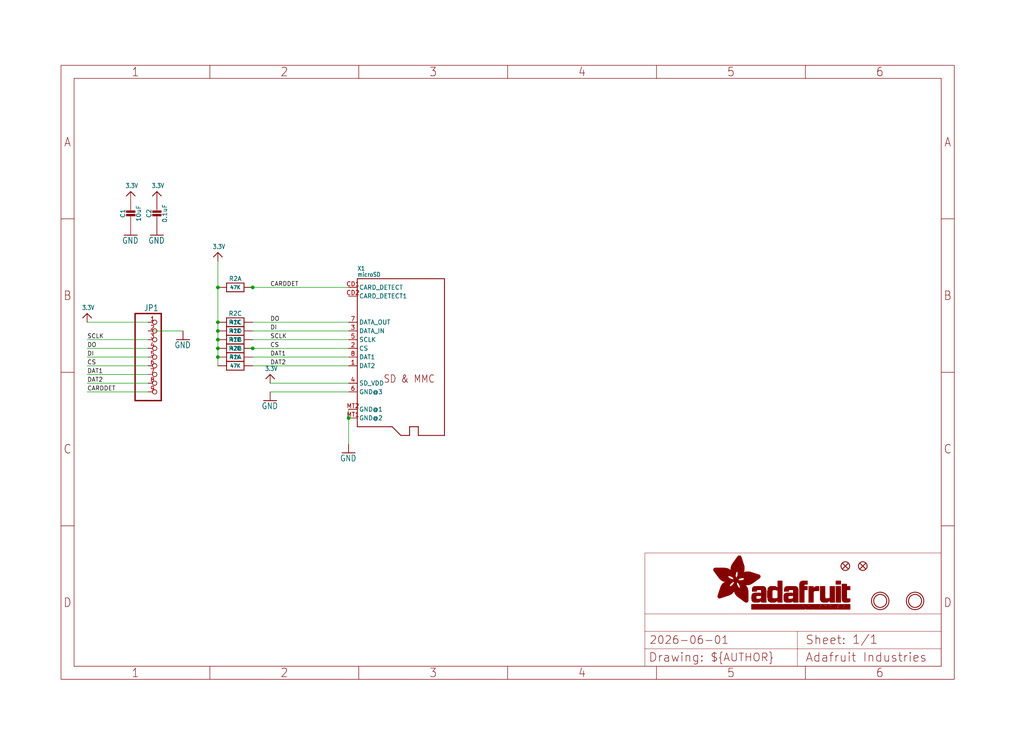
<source format=kicad_sch>
(kicad_sch (version 20230121) (generator eeschema)
  (paper "User" 298.45 217.322)
  (lib_symbols
    (symbol "working-eagle-import:3.3V" (power)
      (property "Value" "3.3V" (at -1.524 1.016 0))
      (symbol "3.3V_1_0"
        (pin power_in line (at 0 -2.54 90) (length 2.54) (name "3.3V") (number "1"))
      )
    )
    (symbol "working-eagle-import:CAP_CERAMIC0603_NO"
      (property "Reference" "C" (at -2.29 1.25 90))
      (symbol "CAP_CERAMIC0603_NO_1_0"
        (pin passive line (at 0 5.08 270) (length 2.54) (name "1") (number "1"))
        (pin passive line (at 0 -2.54 90) (length 2.54) (name "2") (number "2"))
      )
    )
    (symbol "working-eagle-import:CAP_CERAMIC0805-NOOUTLINE"
      (property "Reference" "C" (at -2.29 1.25 90))
      (symbol "CAP_CERAMIC0805-NOOUTLINE_1_0"
        (pin passive line (at 0 5.08 270) (length 2.54) (name "1") (number "1"))
        (pin passive line (at 0 -2.54 90) (length 2.54) (name "2") (number "2"))
      )
    )
    (symbol "working-eagle-import:FIDUCIAL{dblquote}{dblquote}")
    (symbol "working-eagle-import:FRAME_A4_ADAFRUIT"
      (symbol "FRAME_A4_ADAFRUIT_1_0"
        (text "${#}/${##}" (at 230.505 10.16 0) (effects (font (size 2.54 2.54)) (justify left bottom)))
        (text "${AUTHOR}" (at 189.23 5.08 0) (effects (font (size 2.286 2.286)) (justify left bottom)))
        (text "${CURRENT_DATE}" (at 171.45 10.16 0) (effects (font (size 2.286 2.286)) (justify left bottom)))
        (text "${PROJECTNAME}" (at 171.45 15.24 0) (effects (font (size 2.54 2.54)) (justify left bottom)))
        (text "1" (at 21.6958 1.905 0) (effects (font (size 2.54 2.286))))
        (text "1" (at 21.6958 177.165 0) (effects (font (size 2.54 2.286))))
        (text "2" (at 65.0875 1.905 0) (effects (font (size 2.54 2.286))))
        (text "2" (at 65.0875 177.165 0) (effects (font (size 2.54 2.286))))
        (text "3" (at 108.4792 1.905 0) (effects (font (size 2.54 2.286))))
        (text "3" (at 108.4792 177.165 0) (effects (font (size 2.54 2.286))))
        (text "4" (at 151.8708 1.905 0) (effects (font (size 2.54 2.286))))
        (text "4" (at 151.8708 177.165 0) (effects (font (size 2.54 2.286))))
        (text "5" (at 195.2625 1.905 0) (effects (font (size 2.54 2.286))))
        (text "5" (at 195.2625 177.165 0) (effects (font (size 2.54 2.286))))
        (text "6" (at 238.6542 1.905 0) (effects (font (size 2.54 2.286))))
        (text "6" (at 238.6542 177.165 0) (effects (font (size 2.54 2.286))))
        (text "A" (at 1.905 156.6863 0) (effects (font (size 2.54 2.286))))
        (text "A" (at 258.445 156.6863 0) (effects (font (size 2.54 2.286))))
        (text "Adafruit Industries" (at 216.916 4.953 0) (effects (font (size 2.54 2.54)) (justify left bottom)))
        (text "B" (at 1.905 111.9188 0) (effects (font (size 2.54 2.286))))
        (text "B" (at 258.445 111.9188 0) (effects (font (size 2.54 2.286))))
        (text "C" (at 1.905 67.1513 0) (effects (font (size 2.54 2.286))))
        (text "C" (at 258.445 67.1513 0) (effects (font (size 2.54 2.286))))
        (text "D" (at 1.905 22.3838 0) (effects (font (size 2.54 2.286))))
        (text "D" (at 258.445 22.3838 0) (effects (font (size 2.54 2.286))))
        (text "Drawing:" (at 171.196 4.953 0) (effects (font (size 2.54 2.54)) (justify left bottom)))
        (text "Sheet:" (at 216.916 10.033 0) (effects (font (size 2.54 2.54)) (justify left bottom)))
      )
    )
    (symbol "working-eagle-import:GND" (power)
      (property "Value" "GND" (at -2.54 -2.54 0))
      (symbol "GND_1_0"
        (pin power_in line (at 0 2.54 270) (length 2.54) (name "GND") (number "1"))
      )
    )
    (symbol "working-eagle-import:HEADER-1X970MIL"
      (property "Reference" "JP" (at -6.35 13.335 0))
      (symbol "HEADER-1X970MIL_1_0"
        (pin passive inverted (at -2.54 10.16 0) (length 2.54) (name "1") (number "1"))
        (pin passive inverted (at -2.54 7.62 0) (length 2.54) (name "2") (number "2"))
        (pin passive inverted (at -2.54 5.08 0) (length 2.54) (name "3") (number "3"))
        (pin passive inverted (at -2.54 2.54 0) (length 2.54) (name "4") (number "4"))
        (pin passive inverted (at -2.54 0 0) (length 2.54) (name "5") (number "5"))
        (pin passive inverted (at -2.54 -2.54 0) (length 2.54) (name "6") (number "6"))
        (pin passive inverted (at -2.54 -5.08 0) (length 2.54) (name "7") (number "7"))
        (pin passive inverted (at -2.54 -7.62 0) (length 2.54) (name "8") (number "8"))
        (pin passive inverted (at -2.54 -10.16 0) (length 2.54) (name "9") (number "9"))
      )
    )
    (symbol "working-eagle-import:MICROSD"
      (property "Reference" "X" (at -12.7 22.606 0))
      (symbol "MICROSD_1_0"
        (text "SD & MMC" (at -5.08 -10.16 0) (effects (font (size 2.1844 1.8567)) (justify left bottom)))
        (pin bidirectional line (at -15.24 -5.08 0) (length 2.54) (name "DAT2") (number "1"))
        (pin input line (at -15.24 0 0) (length 2.54) (name "CS") (number "2"))
        (pin input line (at -15.24 5.08 0) (length 2.54) (name "DATA_IN") (number "3"))
        (pin power_in line (at -15.24 -10.16 0) (length 2.54) (name "SD_VDD") (number "4"))
        (pin input line (at -15.24 2.54 0) (length 2.54) (name "SCLK") (number "5"))
        (pin power_in line (at -15.24 -12.7 0) (length 2.54) (name "GND@3") (number "6"))
        (pin output line (at -15.24 7.62 0) (length 2.54) (name "DATA_OUT") (number "7"))
        (pin bidirectional line (at -15.24 -2.54 0) (length 2.54) (name "DAT1") (number "8"))
        (pin passive line (at -15.24 17.78 0) (length 2.54) (name "CARD_DETECT") (number "CD1"))
        (pin passive line (at -15.24 15.24 0) (length 2.54) (name "CARD_DETECT1") (number "CD2"))
        (pin power_in line (at -15.24 -20.32 0) (length 2.54) (name "GND@2") (number "MT1"))
        (pin power_in line (at -15.24 -17.78 0) (length 2.54) (name "GND@1") (number "MT2"))
      )
    )
    (symbol "working-eagle-import:MOUNTINGHOLE2.5")
    (symbol "working-eagle-import:RESISTOR_4PACK"
      (property "Reference" "R" (at 0 2.54 0))
      (symbol "RESISTOR_4PACK_1_0"
        (pin passive line (at -5.08 0 0) (length 2.54) (name "1") (number "1"))
        (pin passive line (at 5.08 0 180) (length 2.54) (name "2") (number "8"))
      )
      (symbol "RESISTOR_4PACK_2_0"
        (pin passive line (at -5.08 0 0) (length 2.54) (name "1") (number "2"))
        (pin passive line (at 5.08 0 180) (length 2.54) (name "2") (number "7"))
      )
      (symbol "RESISTOR_4PACK_3_0"
        (pin passive line (at -5.08 0 0) (length 2.54) (name "1") (number "3"))
        (pin passive line (at 5.08 0 180) (length 2.54) (name "2") (number "6"))
      )
      (symbol "RESISTOR_4PACK_4_0"
        (pin passive line (at -5.08 0 0) (length 2.54) (name "1") (number "4"))
        (pin passive line (at 5.08 0 180) (length 2.54) (name "2") (number "5"))
      )
    )
  )
  (junction (at 63.5 101.6))
  (junction (at 73.66 101.6))
  (junction (at 63.5 93.98))
  (junction (at 101.6 121.92))
  (junction (at 73.66 83.82))
  (junction (at 63.5 99.06))
  (junction (at 63.5 104.14))
  (junction (at 63.5 96.52))
  (junction (at 63.5 83.82))
  (wire (pts (xy 101.6 99.06) (xy 73.66 99.06)) (stroke (width 0.1524)))
  (wire (pts (xy 63.5 83.82) (xy 63.5 76.2)) (stroke (width 0.1524)))
  (wire (pts (xy 73.66 104.14) (xy 101.6 104.14)) (stroke (width 0.1524)))
  (wire (pts (xy 25.4 101.6) (xy 43.18 101.6)) (stroke (width 0.1524)))
  (wire (pts (xy 101.6 119.38) (xy 101.6 121.92)) (stroke (width 0.1524)))
  (wire (pts (xy 25.4 114.3) (xy 43.18 114.3)) (stroke (width 0.1524)))
  (wire (pts (xy 73.66 83.82) (xy 71.12 83.82)) (stroke (width 0.1524)))
  (wire (pts (xy 63.5 96.52) (xy 63.5 93.98)) (stroke (width 0.1524)))
  (wire (pts (xy 101.6 121.92) (xy 101.6 129.54)) (stroke (width 0.1524)))
  (wire (pts (xy 43.18 104.14) (xy 25.4 104.14)) (stroke (width 0.1524)))
  (wire (pts (xy 101.6 111.76) (xy 78.74 111.76)) (stroke (width 0.1524)))
  (wire (pts (xy 73.66 96.52) (xy 101.6 96.52)) (stroke (width 0.1524)))
  (wire (pts (xy 25.4 111.76) (xy 43.18 111.76)) (stroke (width 0.1524)))
  (wire (pts (xy 63.5 104.14) (xy 63.5 101.6)) (stroke (width 0.1524)))
  (wire (pts (xy 25.4 93.98) (xy 43.18 93.98)) (stroke (width 0.1524)))
  (wire (pts (xy 101.6 114.3) (xy 78.74 114.3)) (stroke (width 0.1524)))
  (wire (pts (xy 63.5 93.98) (xy 63.5 83.82)) (stroke (width 0.1524)))
  (wire (pts (xy 25.4 109.22) (xy 43.18 109.22)) (stroke (width 0.1524)))
  (wire (pts (xy 73.66 101.6) (xy 101.6 101.6)) (stroke (width 0.1524)))
  (wire (pts (xy 43.18 99.06) (xy 25.4 99.06)) (stroke (width 0.1524)))
  (wire (pts (xy 101.6 83.82) (xy 73.66 83.82)) (stroke (width 0.1524)))
  (wire (pts (xy 53.34 96.52) (xy 43.18 96.52)) (stroke (width 0.1524)))
  (wire (pts (xy 71.12 101.6) (xy 73.66 101.6)) (stroke (width 0.1524)))
  (wire (pts (xy 63.5 101.6) (xy 63.5 99.06)) (stroke (width 0.1524)))
  (wire (pts (xy 63.5 106.68) (xy 63.5 104.14)) (stroke (width 0.1524)))
  (wire (pts (xy 73.66 106.68) (xy 101.6 106.68)) (stroke (width 0.1524)))
  (wire (pts (xy 25.4 106.68) (xy 43.18 106.68)) (stroke (width 0.1524)))
  (wire (pts (xy 63.5 99.06) (xy 63.5 96.52)) (stroke (width 0.1524)))
  (wire (pts (xy 101.6 93.98) (xy 73.66 93.98)) (stroke (width 0.1524)))
  (label "DAT1" (at 78.74 104.14 0) (effects (font (size 1.2446 1.2446))))
  (label "CS" (at 25.4 106.68 0) (effects (font (size 1.2446 1.2446))))
  (label "CARDDET" (at 25.4 114.3 0) (effects (font (size 1.2446 1.2446))))
  (label "DAT1" (at 25.4 109.22 0) (effects (font (size 1.2446 1.2446))))
  (label "SCLK" (at 78.74 99.06 0) (effects (font (size 1.2446 1.2446))))
  (label "CS" (at 78.74 101.6 0) (effects (font (size 1.2446 1.2446))))
  (label "DO" (at 25.4 101.6 0) (effects (font (size 1.2446 1.2446))))
  (label "CARDDET" (at 78.74 83.82 0) (effects (font (size 1.2446 1.2446))))
  (label "DO" (at 78.74 93.98 0) (effects (font (size 1.2446 1.2446))))
  (label "SCLK" (at 25.4 99.06 0) (effects (font (size 1.2446 1.2446))))
  (label "DAT2" (at 25.4 111.76 0) (effects (font (size 1.2446 1.2446))))
  (label "DI" (at 78.74 96.52 0) (effects (font (size 1.2446 1.2446))))
  (label "DI" (at 25.4 104.14 0) (effects (font (size 1.2446 1.2446))))
  (label "DAT2" (at 78.74 106.68 0) (effects (font (size 1.2446 1.2446))))
  (symbol (lib_id "working-eagle-import:HEADER-1X970MIL") (at 45.72 104.14 0) (unit 1)
    (property "Reference" "JP1" (at 41.91 90.805 0) (effects (font (size 1.778 1.5113)) (justify left bottom)))
    (property "Value" "HEADER-1X970MIL" (effects hide))
    (property "Footprint" "working:1X09_ROUND_70" (effects hide))
  )
  (symbol (lib_id "working-eagle-import:GND") (at 53.34 99.06 0) (unit 1)
    (property "Reference" "#GND4" (effects hide))
    (property "Value" "GND" (at 50.8 101.6 0) (effects (font (size 1.778 1.5113)) (justify left bottom)))
  )
  (symbol (lib_id "working-eagle-import:MOUNTINGHOLE2.5") (at 266.7 175.26 0) (unit 1)
    (property "Reference" "U$2" (effects hide))
    (property "Value" "MOUNTINGHOLE2.5" (effects hide))
    (property "Footprint" "working:MOUNTINGHOLE_2.5_PLATED" (effects hide))
  )
  (symbol (lib_id "working-eagle-import:GND") (at 45.72 68.58 0) (unit 1)
    (property "Reference" "#GND6" (effects hide))
    (property "Value" "GND" (at 43.18 71.12 0) (effects (font (size 1.778 1.5113)) (justify left bottom)))
  )
  (symbol (lib_id "working-eagle-import:3.3V") (at 78.74 109.22 0) (unit 1)
    (property "Reference" "#U$5" (effects hide))
    (property "Value" "3.3V" (at 77.216 108.204 0) (effects (font (size 1.27 1.0795)) (justify left bottom)))
  )
  (symbol (lib_id "working-eagle-import:RESISTOR_4PACK") (at 68.58 93.98 0) (unit 3)
    (property "Reference" "R2" (at 68.58 91.44 0))
    (property "Value" "47K" (at 68.58 93.98 0) (effects (font (size 1.016 1.016) bold)))
    (property "Footprint" "working:RESPACK_4X0603" (effects hide))
  )
  (symbol (lib_id "working-eagle-import:GND") (at 38.1 68.58 0) (unit 1)
    (property "Reference" "#GND5" (effects hide))
    (property "Value" "GND" (at 35.56 71.12 0) (effects (font (size 1.778 1.5113)) (justify left bottom)))
  )
  (symbol (lib_id "working-eagle-import:RESISTOR_4PACK") (at 68.58 101.6 0) (unit 2)
    (property "Reference" "R1" (at 68.58 99.06 0))
    (property "Value" "47K" (at 68.58 101.6 0) (effects (font (size 1.016 1.016) bold)))
    (property "Footprint" "working:RESPACK_4X0603" (effects hide))
  )
  (symbol (lib_id "working-eagle-import:RESISTOR_4PACK") (at 68.58 96.52 0) (unit 3)
    (property "Reference" "R1" (at 68.58 93.98 0))
    (property "Value" "47K" (at 68.58 96.52 0) (effects (font (size 1.016 1.016) bold)))
    (property "Footprint" "working:RESPACK_4X0603" (effects hide))
  )
  (symbol (lib_id "working-eagle-import:CAP_CERAMIC0603_NO") (at 45.72 63.5 0) (unit 1)
    (property "Reference" "C2" (at 43.43 62.25 90))
    (property "Value" "0.1uF" (at 48.02 62.25 90))
    (property "Footprint" "working:0603-NO" (effects hide))
  )
  (symbol (lib_id "working-eagle-import:GND") (at 101.6 132.08 0) (unit 1)
    (property "Reference" "#GND1" (effects hide))
    (property "Value" "GND" (at 99.06 134.62 0) (effects (font (size 1.778 1.5113)) (justify left bottom)))
  )
  (symbol (lib_id "working-eagle-import:FRAME_A4_ADAFRUIT") (at 17.78 198.12 0) (unit 1)
    (property "Reference" "#U$3" (effects hide))
    (property "Value" "FRAME_A4_ADAFRUIT" (effects hide))
  )
  (symbol (lib_id "working-eagle-import:RESISTOR_4PACK") (at 68.58 99.06 0) (unit 4)
    (property "Reference" "R1" (at 68.58 96.52 0))
    (property "Value" "47K" (at 68.58 99.06 0) (effects (font (size 1.016 1.016) bold)))
    (property "Footprint" "working:RESPACK_4X0603" (effects hide))
  )
  (symbol (lib_id "working-eagle-import:MICROSD") (at 116.84 101.6 0) (unit 1)
    (property "Reference" "X1" (at 104.14 78.994 0) (effects (font (size 1.27 1.0795)) (justify left bottom)))
    (property "Value" "microSD" (at 104.14 80.772 0) (effects (font (size 1.27 1.0795)) (justify left bottom)))
    (property "Footprint" "working:MICROSD" (effects hide))
  )
  (symbol (lib_id "working-eagle-import:RESISTOR_4PACK") (at 68.58 106.68 0) (unit 1)
    (property "Reference" "R1" (at 68.58 104.14 0))
    (property "Value" "47K" (at 68.58 106.68 0) (effects (font (size 1.016 1.016) bold)))
    (property "Footprint" "working:RESPACK_4X0603" (effects hide))
  )
  (symbol (lib_id "working-eagle-import:FIDUCIAL{dblquote}{dblquote}") (at 251.46 165.1 0) (unit 1)
    (property "Reference" "FID2" (effects hide))
    (property "Value" "FIDUCIAL{dblquote}{dblquote}" (effects hide))
    (property "Footprint" "working:FIDUCIAL_1MM" (effects hide))
  )
  (symbol (lib_id "working-eagle-import:MOUNTINGHOLE2.5") (at 256.54 175.26 0) (unit 1)
    (property "Reference" "U$1" (effects hide))
    (property "Value" "MOUNTINGHOLE2.5" (effects hide))
    (property "Footprint" "working:MOUNTINGHOLE_2.5_PLATED" (effects hide))
  )
  (symbol (lib_id "working-eagle-import:FIDUCIAL{dblquote}{dblquote}") (at 246.38 165.1 0) (unit 1)
    (property "Reference" "FID1" (effects hide))
    (property "Value" "FIDUCIAL{dblquote}{dblquote}" (effects hide))
    (property "Footprint" "working:FIDUCIAL_1MM" (effects hide))
  )
  (symbol (lib_id "working-eagle-import:3.3V") (at 45.72 55.88 0) (unit 1)
    (property "Reference" "#U$10" (effects hide))
    (property "Value" "3.3V" (at 44.196 54.864 0) (effects (font (size 1.27 1.0795)) (justify left bottom)))
  )
  (symbol (lib_id "working-eagle-import:3.3V") (at 38.1 55.88 0) (unit 1)
    (property "Reference" "#U$9" (effects hide))
    (property "Value" "3.3V" (at 36.576 54.864 0) (effects (font (size 1.27 1.0795)) (justify left bottom)))
  )
  (symbol (lib_id "working-eagle-import:RESISTOR_4PACK") (at 68.58 83.82 0) (unit 1)
    (property "Reference" "R2" (at 68.58 81.28 0))
    (property "Value" "47K" (at 68.58 83.82 0) (effects (font (size 1.016 1.016) bold)))
    (property "Footprint" "working:RESPACK_4X0603" (effects hide))
  )
  (symbol (lib_id "working-eagle-import:3.3V") (at 25.4 91.44 0) (unit 1)
    (property "Reference" "#U$6" (effects hide))
    (property "Value" "3.3V" (at 23.876 90.424 0) (effects (font (size 1.27 1.0795)) (justify left bottom)))
  )
  (symbol (lib_id "working-eagle-import:CAP_CERAMIC0805-NOOUTLINE") (at 38.1 63.5 0) (unit 1)
    (property "Reference" "C1" (at 35.81 62.25 90))
    (property "Value" "10uF" (at 40.4 62.25 90))
    (property "Footprint" "working:0805-NO" (effects hide))
  )
  (symbol (lib_id "working-eagle-import:GND") (at 78.74 116.84 0) (unit 1)
    (property "Reference" "#GND2" (effects hide))
    (property "Value" "GND" (at 76.2 119.38 0) (effects (font (size 1.778 1.5113)) (justify left bottom)))
  )
  (symbol (lib_id "working-eagle-import:RESISTOR_4PACK") (at 68.58 104.14 0) (unit 2)
    (property "Reference" "R2" (at 68.58 101.6 0))
    (property "Value" "47K" (at 68.58 104.14 0) (effects (font (size 1.016 1.016) bold)))
    (property "Footprint" "working:RESPACK_4X0603" (effects hide))
  )
  (symbol (lib_id "working-eagle-import:3.3V") (at 63.5 73.66 0) (unit 1)
    (property "Reference" "#U$8" (effects hide))
    (property "Value" "3.3V" (at 61.976 72.644 0) (effects (font (size 1.27 1.0795)) (justify left bottom)))
  )
)
</source>
